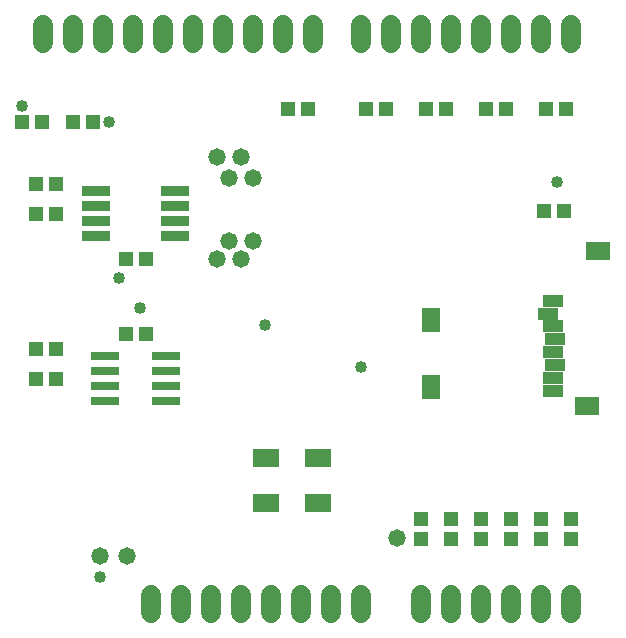
<source format=gts>
G75*
%MOIN*%
%OFA0B0*%
%FSLAX25Y25*%
%IPPOS*%
%LPD*%
%AMOC8*
5,1,8,0,0,1.08239X$1,22.5*
%
%ADD10R,0.09500X0.03200*%
%ADD11R,0.04737X0.05131*%
%ADD12C,0.06737*%
%ADD13R,0.08674X0.06312*%
%ADD14R,0.09461X0.03162*%
%ADD15R,0.05131X0.04737*%
%ADD16R,0.08280X0.06312*%
%ADD17R,0.06312X0.07887*%
%ADD18R,0.06706X0.03950*%
%ADD19C,0.05800*%
%ADD20C,0.04000*%
D10*
X0096800Y0137500D03*
X0096800Y0142500D03*
X0096800Y0147500D03*
X0096800Y0152500D03*
X0123300Y0152500D03*
X0123300Y0147500D03*
X0123300Y0142500D03*
X0123300Y0137500D03*
D11*
X0113346Y0130000D03*
X0106654Y0130000D03*
X0083346Y0145000D03*
X0076654Y0145000D03*
X0076654Y0155000D03*
X0083346Y0155000D03*
X0078846Y0175500D03*
X0072154Y0175500D03*
X0089154Y0175500D03*
X0095846Y0175500D03*
X0160654Y0180000D03*
X0167346Y0180000D03*
X0186654Y0180000D03*
X0193346Y0180000D03*
X0206654Y0180000D03*
X0213346Y0180000D03*
X0226654Y0180000D03*
X0233346Y0180000D03*
X0246654Y0180000D03*
X0253346Y0180000D03*
X0252846Y0146000D03*
X0246154Y0146000D03*
X0113346Y0105000D03*
X0106654Y0105000D03*
X0083346Y0100000D03*
X0076654Y0100000D03*
X0076654Y0090000D03*
X0083346Y0090000D03*
D12*
X0115000Y0017969D02*
X0115000Y0012031D01*
X0125000Y0012031D02*
X0125000Y0017969D01*
X0135000Y0017969D02*
X0135000Y0012031D01*
X0145000Y0012031D02*
X0145000Y0017969D01*
X0155000Y0017969D02*
X0155000Y0012031D01*
X0165000Y0012031D02*
X0165000Y0017969D01*
X0175000Y0017969D02*
X0175000Y0012031D01*
X0185000Y0012031D02*
X0185000Y0017969D01*
X0205000Y0017969D02*
X0205000Y0012031D01*
X0215000Y0012031D02*
X0215000Y0017969D01*
X0225000Y0017969D02*
X0225000Y0012031D01*
X0235000Y0012031D02*
X0235000Y0017969D01*
X0245000Y0017969D02*
X0245000Y0012031D01*
X0255000Y0012031D02*
X0255000Y0017969D01*
X0255000Y0202031D02*
X0255000Y0207969D01*
X0245000Y0207969D02*
X0245000Y0202031D01*
X0235000Y0202031D02*
X0235000Y0207969D01*
X0225000Y0207969D02*
X0225000Y0202031D01*
X0215000Y0202031D02*
X0215000Y0207969D01*
X0205000Y0207969D02*
X0205000Y0202031D01*
X0195000Y0202031D02*
X0195000Y0207969D01*
X0185000Y0207969D02*
X0185000Y0202031D01*
X0169000Y0202031D02*
X0169000Y0207969D01*
X0159000Y0207969D02*
X0159000Y0202031D01*
X0149000Y0202031D02*
X0149000Y0207969D01*
X0139000Y0207969D02*
X0139000Y0202031D01*
X0129000Y0202031D02*
X0129000Y0207969D01*
X0119000Y0207969D02*
X0119000Y0202031D01*
X0109000Y0202031D02*
X0109000Y0207969D01*
X0099000Y0207969D02*
X0099000Y0202031D01*
X0089000Y0202031D02*
X0089000Y0207969D01*
X0079000Y0207969D02*
X0079000Y0202031D01*
D13*
X0153339Y0063480D03*
X0153339Y0048520D03*
X0170661Y0048520D03*
X0170661Y0063480D03*
D14*
X0120236Y0082500D03*
X0120236Y0087500D03*
X0120236Y0092500D03*
X0120236Y0097500D03*
X0099764Y0097500D03*
X0099764Y0092500D03*
X0099764Y0087500D03*
X0099764Y0082500D03*
D15*
X0205000Y0043346D03*
X0205000Y0036654D03*
X0215000Y0036654D03*
X0215000Y0043346D03*
X0225000Y0043346D03*
X0235000Y0043346D03*
X0235000Y0036654D03*
X0225000Y0036654D03*
X0245000Y0036654D03*
X0245000Y0043346D03*
X0255000Y0043346D03*
X0255000Y0036654D03*
D16*
X0260346Y0080803D03*
X0264283Y0132575D03*
D17*
X0208575Y0109543D03*
X0208575Y0087102D03*
D18*
X0249126Y0085921D03*
X0249126Y0090252D03*
X0249913Y0094583D03*
X0249126Y0098913D03*
X0249913Y0103244D03*
X0249126Y0107575D03*
X0247551Y0111709D03*
X0249126Y0116039D03*
D19*
X0149000Y0136000D03*
X0145000Y0130000D03*
X0141000Y0136000D03*
X0137000Y0130000D03*
X0141000Y0157000D03*
X0149000Y0157000D03*
X0145000Y0164000D03*
X0137000Y0164000D03*
X0197000Y0037000D03*
X0107000Y0031000D03*
X0098000Y0031000D03*
D20*
X0098000Y0024000D03*
X0185000Y0094000D03*
X0153000Y0108000D03*
X0111500Y0113500D03*
X0104500Y0123500D03*
X0101000Y0175500D03*
X0072000Y0181000D03*
X0250500Y0155500D03*
M02*

</source>
